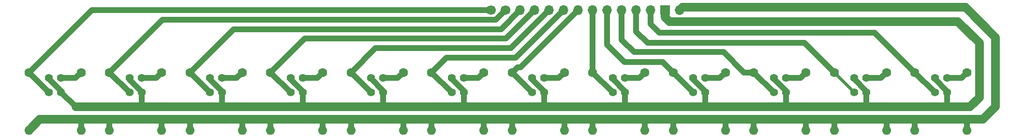
<source format=gbr>
%TF.GenerationSoftware,KiCad,Pcbnew,(6.0.7-1)-1*%
%TF.CreationDate,2024-02-03T15:38:48-05:00*%
%TF.ProjectId,EMHarpsichord_KeyboardCapture,454d4861-7270-4736-9963-686f72645f4b,rev?*%
%TF.SameCoordinates,Original*%
%TF.FileFunction,Copper,L1,Top*%
%TF.FilePolarity,Positive*%
%FSLAX46Y46*%
G04 Gerber Fmt 4.6, Leading zero omitted, Abs format (unit mm)*
G04 Created by KiCad (PCBNEW (6.0.7-1)-1) date 2024-02-03 15:38:48*
%MOMM*%
%LPD*%
G01*
G04 APERTURE LIST*
%TA.AperFunction,ComponentPad*%
%ADD10O,1.700000X1.700000*%
%TD*%
%TA.AperFunction,ComponentPad*%
%ADD11R,1.700000X1.700000*%
%TD*%
%TA.AperFunction,ComponentPad*%
%ADD12C,1.700000*%
%TD*%
%TA.AperFunction,ComponentPad*%
%ADD13C,1.400000*%
%TD*%
%TA.AperFunction,ComponentPad*%
%ADD14C,1.600000*%
%TD*%
%TA.AperFunction,ComponentPad*%
%ADD15O,1.600000X1.600000*%
%TD*%
%TA.AperFunction,Conductor*%
%ADD16C,1.500000*%
%TD*%
%TA.AperFunction,Conductor*%
%ADD17C,1.000000*%
%TD*%
%TA.AperFunction,Conductor*%
%ADD18C,0.500000*%
%TD*%
G04 APERTURE END LIST*
D10*
X115450000Y22625000D03*
D11*
X112910000Y22625000D03*
D10*
X110370000Y22625000D03*
X107830000Y22625000D03*
X105290000Y22625000D03*
X102750000Y22625000D03*
X100210000Y22625000D03*
X97670000Y22625000D03*
X95130000Y22625000D03*
X92590000Y22625000D03*
X90050000Y22625000D03*
X87510000Y22625000D03*
D12*
X84970000Y22625000D03*
X82430000Y22625000D03*
D13*
X5038151Y8151705D03*
X5038151Y10651705D03*
X7171751Y10651705D03*
X7171751Y8151705D03*
D14*
X1542500Y11648000D03*
D15*
X1542500Y1488000D03*
D14*
X10686500Y11648000D03*
D15*
X10686500Y1488000D03*
D13*
X160105151Y8151705D03*
X160105151Y10651705D03*
X162238751Y10651705D03*
X162238751Y8151705D03*
D14*
X156609500Y11648000D03*
D15*
X156609500Y1488000D03*
D14*
X165753500Y11648000D03*
D15*
X165753500Y1488000D03*
D13*
X146008151Y8151705D03*
X146008151Y10651705D03*
X148141751Y10651705D03*
X148141751Y8151705D03*
D14*
X142512500Y11648000D03*
D15*
X142512500Y1488000D03*
D14*
X151656500Y11648000D03*
D15*
X151656500Y1488000D03*
D13*
X131911151Y8151705D03*
X131911151Y10651705D03*
X134044751Y10651705D03*
X134044751Y8151705D03*
D14*
X128415500Y11648000D03*
D15*
X128415500Y1488000D03*
D14*
X137559500Y11648000D03*
D15*
X137559500Y1488000D03*
D13*
X117814151Y8151705D03*
X117814151Y10651705D03*
X119947751Y10651705D03*
X119947751Y8151705D03*
D14*
X114318500Y11648000D03*
D15*
X114318500Y1488000D03*
D14*
X123462500Y11648000D03*
D15*
X123462500Y1488000D03*
D13*
X103717151Y8151705D03*
X103717151Y10651705D03*
X105850751Y10651705D03*
X105850751Y8151705D03*
D14*
X100221500Y11648000D03*
D15*
X100221500Y1488000D03*
D14*
X109365500Y11648000D03*
D15*
X109365500Y1488000D03*
D13*
X89620151Y8151705D03*
X89620151Y10651705D03*
X91753751Y10651705D03*
X91753751Y8151705D03*
D14*
X86124500Y11648000D03*
D15*
X86124500Y1488000D03*
D14*
X95268500Y11648000D03*
D15*
X95268500Y1488000D03*
D13*
X75523151Y8151705D03*
X75523151Y10651705D03*
X77656751Y10651705D03*
X77656751Y8151705D03*
D14*
X72027500Y11648000D03*
D15*
X72027500Y1488000D03*
D14*
X81171500Y11648000D03*
D15*
X81171500Y1488000D03*
D13*
X61426151Y8151705D03*
X61426151Y10651705D03*
X63559751Y10651705D03*
X63559751Y8151705D03*
D14*
X57930500Y11648000D03*
D15*
X57930500Y1488000D03*
D14*
X67074500Y11648000D03*
D15*
X67074500Y1488000D03*
D13*
X47329151Y8151705D03*
X47329151Y10651705D03*
X49462751Y10651705D03*
X49462751Y8151705D03*
D14*
X43833500Y11648000D03*
D15*
X43833500Y1488000D03*
D14*
X52977500Y11648000D03*
D15*
X52977500Y1488000D03*
D13*
X35365751Y8151705D03*
X35365751Y10651705D03*
X33232151Y10651705D03*
X33232151Y8151705D03*
D14*
X29736500Y11648000D03*
D15*
X29736500Y1488000D03*
D14*
X38880500Y11648000D03*
D15*
X38880500Y1488000D03*
D13*
X19135151Y8151705D03*
X19135151Y10651705D03*
X21268751Y10651705D03*
X21268751Y8151705D03*
D14*
X15639500Y11648000D03*
D15*
X15639500Y1488000D03*
D14*
X24783500Y11648000D03*
D15*
X24783500Y1488000D03*
D16*
X115935000Y23110000D02*
X165460000Y23110000D01*
X165460000Y23110000D02*
X170750000Y17820000D01*
X170750000Y17820000D02*
X170750000Y5600000D01*
X115450000Y22625000D02*
X115935000Y23110000D01*
X168520000Y3370000D02*
X165840000Y3370000D01*
X170750000Y5600000D02*
X168520000Y3370000D01*
X112910000Y22625000D02*
X112910000Y21340000D01*
X166260000Y5590000D02*
X161985000Y5590000D01*
X113640000Y20610000D02*
X164150000Y20610000D01*
X164150000Y20610000D02*
X167910000Y16850000D01*
X167910000Y16850000D02*
X167910000Y7240000D01*
X112910000Y21340000D02*
X113640000Y20610000D01*
X167910000Y7240000D02*
X166260000Y5590000D01*
D17*
X110370000Y22625000D02*
X110370000Y20157000D01*
X110370000Y20157000D02*
X111847000Y18680000D01*
X111847000Y18680000D02*
X149577500Y18680000D01*
X149577500Y18680000D02*
X156609500Y11648000D01*
X142512500Y11648000D02*
X137290500Y16870000D01*
X137290500Y16870000D02*
X109808000Y16870000D01*
X107830000Y18848000D02*
X107830000Y22625000D01*
X109808000Y16870000D02*
X107830000Y18848000D01*
X128415500Y11648000D02*
X126681000Y11648000D01*
X126681000Y11648000D02*
X123099000Y15230000D01*
X107479000Y15230000D02*
X105290000Y17419000D01*
X123099000Y15230000D02*
X107479000Y15230000D01*
X105290000Y17419000D02*
X105290000Y22625000D01*
X102750000Y22625000D02*
X102750000Y16520000D01*
X102750000Y16520000D02*
X105760000Y13510000D01*
X105760000Y13510000D02*
X112455856Y13510000D01*
X112455856Y13510000D02*
X114318500Y11647356D01*
X35365751Y8151705D02*
X35365751Y5770751D01*
X35365751Y5770751D02*
X35185000Y5590000D01*
X72027500Y11647356D02*
X74625979Y14245835D01*
X74625979Y14245835D02*
X86750835Y14245835D01*
X86750835Y14245835D02*
X95130000Y22625000D01*
X57930500Y11647356D02*
X62204812Y15921668D01*
X62204812Y15921668D02*
X85886668Y15921668D01*
X85886668Y15921668D02*
X92590000Y22625000D01*
X43833500Y11647356D02*
X49783645Y17597501D01*
X49783645Y17597501D02*
X85022501Y17597501D01*
X85022501Y17597501D02*
X90050000Y22625000D01*
X29736500Y11648000D02*
X37361834Y19273334D01*
X37361834Y19273334D02*
X84158334Y19273334D01*
X84158334Y19273334D02*
X87510000Y22625000D01*
X15639500Y11648000D02*
X24940667Y20949167D01*
X24940667Y20949167D02*
X83294167Y20949167D01*
X83294167Y20949167D02*
X84970000Y22625000D01*
X86124500Y11648000D02*
X87046500Y12570000D01*
X87046500Y12570000D02*
X87615000Y12570000D01*
X87615000Y12570000D02*
X97670000Y22625000D01*
X100210000Y22625000D02*
X100210000Y11659500D01*
X100210000Y11659500D02*
X100221500Y11648000D01*
X1542500Y11648000D02*
X12519500Y22625000D01*
X12519500Y22625000D02*
X82430000Y22625000D01*
X162238751Y8151705D02*
X162238751Y5843751D01*
X162238751Y5843751D02*
X161985000Y5590000D01*
X148141751Y8151705D02*
X148141751Y5983249D01*
X148141751Y5983249D02*
X148116751Y5958249D01*
X134044751Y8151705D02*
X134044751Y5649751D01*
X134044751Y5649751D02*
X133985000Y5590000D01*
X119947751Y8151705D02*
X119947751Y5807249D01*
X119947751Y5807249D02*
X119922751Y5782249D01*
X105850751Y8151705D02*
X105850751Y5854249D01*
X105850751Y5854249D02*
X105825751Y5829249D01*
X91753751Y8151705D02*
X91753751Y5911249D01*
X91753751Y5911249D02*
X91728751Y5886249D01*
X77656751Y8151705D02*
X77656751Y5631751D01*
X77656751Y5631751D02*
X77615000Y5590000D01*
X63559751Y8151705D02*
X63559751Y5785249D01*
X63559751Y5785249D02*
X63534751Y5760249D01*
X49462751Y8151705D02*
X49462751Y5727751D01*
X49462751Y5727751D02*
X49325000Y5590000D01*
X21268751Y8151705D02*
X21268751Y5743751D01*
X21268751Y5743751D02*
X21115000Y5590000D01*
X7171751Y8151705D02*
X9733456Y5590000D01*
D16*
X9733456Y5590000D02*
X21115000Y5590000D01*
X21115000Y5590000D02*
X25145000Y5590000D01*
D17*
X165753500Y11648000D02*
X164755500Y10650000D01*
X164755500Y10650000D02*
X162240456Y10650000D01*
X162240456Y10650000D02*
X162238751Y10651705D01*
X151656500Y11648000D02*
X150658500Y10650000D01*
X150658500Y10650000D02*
X148143456Y10650000D01*
X148143456Y10650000D02*
X148141751Y10651705D01*
D16*
X151825000Y5590000D02*
X161985000Y5590000D01*
D17*
X160105151Y10651705D02*
X160105151Y10494849D01*
X162238751Y8361249D02*
X162238751Y8151705D01*
X160105151Y10494849D02*
X162238751Y8361249D01*
X146008151Y10651705D02*
X146008151Y10481849D01*
X146008151Y10481849D02*
X148141751Y8348249D01*
X148141751Y8348249D02*
X148141751Y8151705D01*
D16*
X137315000Y5590000D02*
X148485000Y5590000D01*
X148485000Y5590000D02*
X151825000Y5590000D01*
D17*
X148116751Y5958249D02*
X148485000Y5590000D01*
D16*
X124125000Y5590000D02*
X133985000Y5590000D01*
X133985000Y5590000D02*
X137315000Y5590000D01*
D17*
X131911151Y10651705D02*
X131911151Y10508849D01*
X131911151Y10508849D02*
X134044751Y8375249D01*
X134044751Y8375249D02*
X134044751Y8151705D01*
D16*
X109615000Y5590000D02*
X120115000Y5590000D01*
X120115000Y5590000D02*
X124125000Y5590000D01*
D17*
X119922751Y5782249D02*
X120115000Y5590000D01*
X117814151Y10651705D02*
X117814151Y10435849D01*
X117814151Y10435849D02*
X119947751Y8302249D01*
X119947751Y8302249D02*
X119947751Y8151705D01*
D16*
X96035000Y5590000D02*
X106065000Y5590000D01*
X106065000Y5590000D02*
X109615000Y5590000D01*
D17*
X105825751Y5829249D02*
X106065000Y5590000D01*
X103717151Y10651705D02*
X103717151Y10482849D01*
X103717151Y10482849D02*
X105850751Y8349249D01*
X105850751Y8349249D02*
X105850751Y8151705D01*
D16*
X82235000Y5590000D02*
X92025000Y5590000D01*
X92025000Y5590000D02*
X96035000Y5590000D01*
D17*
X91728751Y5886249D02*
X92025000Y5590000D01*
X89620151Y10651705D02*
X89620151Y10469849D01*
X89620151Y10469849D02*
X91753751Y8336249D01*
X91753751Y8336249D02*
X91753751Y8151705D01*
D16*
X67245000Y5590000D02*
X77615000Y5590000D01*
X77615000Y5590000D02*
X82235000Y5590000D01*
D17*
X75523151Y10651705D02*
X75523151Y10526849D01*
X77656751Y8393249D02*
X77656751Y8151705D01*
X75523151Y10526849D02*
X77656751Y8393249D01*
X61426151Y10651705D02*
X61426151Y10573849D01*
X61426151Y10573849D02*
X63559751Y8440249D01*
X63559751Y8440249D02*
X63559751Y8151705D01*
X47329151Y10651705D02*
X47329151Y10470849D01*
X47329151Y10470849D02*
X49462751Y8337249D01*
X49462751Y8337249D02*
X49462751Y8151705D01*
X33232151Y10651705D02*
X33232151Y10457849D01*
X33232151Y10457849D02*
X35365751Y8324249D01*
X35365751Y8324249D02*
X35365751Y8151705D01*
X19135151Y10651705D02*
X19135151Y10374849D01*
X19135151Y10374849D02*
X21268751Y8241249D01*
X21268751Y8241249D02*
X21268751Y8151705D01*
X5038151Y10651705D02*
X5038151Y10541849D01*
X5038151Y10541849D02*
X7171751Y8408249D01*
X7171751Y8408249D02*
X7171751Y8151705D01*
D16*
X38805000Y5590000D02*
X49325000Y5590000D01*
X49325000Y5590000D02*
X53155000Y5590000D01*
X53155000Y5590000D02*
X63705000Y5590000D01*
D17*
X63534751Y5760249D02*
X63705000Y5590000D01*
D16*
X63705000Y5590000D02*
X67245000Y5590000D01*
D17*
X49462751Y8151705D02*
X49628295Y8151705D01*
D16*
X25145000Y5590000D02*
X35185000Y5590000D01*
X35185000Y5590000D02*
X38805000Y5590000D01*
D17*
X156609500Y11647356D02*
X160105151Y8151705D01*
D16*
X165840000Y3370000D02*
X158640000Y3370000D01*
D17*
X165840000Y3370000D02*
X165753500Y3283500D01*
X165753500Y3283500D02*
X165753500Y1488000D01*
D16*
X156780000Y3370000D02*
X153310000Y3370000D01*
X158640000Y3370000D02*
X156780000Y3370000D01*
D17*
X156780000Y3370000D02*
X156609500Y3199500D01*
X156609500Y3199500D02*
X156609500Y1488000D01*
D16*
X151730000Y3370000D02*
X144330000Y3370000D01*
X153310000Y3370000D02*
X151730000Y3370000D01*
D17*
X151730000Y3370000D02*
X151656500Y3296500D01*
X151656500Y3296500D02*
X151656500Y1488000D01*
D16*
X142480000Y3370000D02*
X139730000Y3370000D01*
X144330000Y3370000D02*
X142480000Y3370000D01*
D17*
X142480000Y3370000D02*
X142512500Y3337500D01*
X142512500Y3337500D02*
X142512500Y1488000D01*
D16*
X137730000Y3370000D02*
X130380000Y3370000D01*
X139730000Y3370000D02*
X137730000Y3370000D01*
D17*
X137730000Y3370000D02*
X137559500Y3199500D01*
X137559500Y3199500D02*
X137559500Y1488000D01*
D16*
X128560000Y3370000D02*
X125280000Y3370000D01*
X130380000Y3370000D02*
X128560000Y3370000D01*
D17*
X128560000Y3370000D02*
X128415500Y3225500D01*
X128415500Y3225500D02*
X128415500Y1488000D01*
D16*
X123330000Y3370000D02*
X116510000Y3370000D01*
X125280000Y3370000D02*
X123330000Y3370000D01*
D17*
X123330000Y3370000D02*
X123462500Y3237500D01*
X123462500Y3237500D02*
X123462500Y1488000D01*
D16*
X114250000Y3370000D02*
X112100000Y3370000D01*
D17*
X114250000Y3370000D02*
X114318500Y3301500D01*
D16*
X116510000Y3370000D02*
X114250000Y3370000D01*
D17*
X114318500Y3301500D02*
X114318500Y1488000D01*
D16*
X109210000Y3370000D02*
X102320000Y3370000D01*
X112100000Y3370000D02*
X109210000Y3370000D01*
D17*
X109210000Y3370000D02*
X109365500Y3214500D01*
X109365500Y3214500D02*
X109365500Y1488000D01*
D16*
X100220000Y3370000D02*
X97100000Y3370000D01*
X102320000Y3370000D02*
X100220000Y3370000D01*
D17*
X100220000Y3370000D02*
X100221500Y3368500D01*
X100221500Y3368500D02*
X100221500Y1488000D01*
D16*
X95660000Y3370000D02*
X88380000Y3370000D01*
X97100000Y3370000D02*
X95660000Y3370000D01*
D17*
X95660000Y3370000D02*
X95268500Y2978500D01*
X95268500Y2978500D02*
X95268500Y1488000D01*
D16*
X86030000Y3370000D02*
X83050000Y3370000D01*
X88380000Y3370000D02*
X86030000Y3370000D01*
D17*
X86030000Y3370000D02*
X86124500Y3275500D01*
X86124500Y3275500D02*
X86124500Y1488000D01*
D16*
X81400000Y3370000D02*
X73850000Y3370000D01*
D17*
X81400000Y3370000D02*
X81171500Y3141500D01*
D16*
X83050000Y3370000D02*
X81400000Y3370000D01*
D17*
X81171500Y3141500D02*
X81171500Y1488000D01*
D16*
X72030000Y3370000D02*
X68960000Y3370000D01*
X73850000Y3370000D02*
X72030000Y3370000D01*
D17*
X72027500Y3367500D02*
X72027500Y1488000D01*
X72030000Y3370000D02*
X72027500Y3367500D01*
D16*
X67140000Y3370000D02*
X59950000Y3370000D01*
D17*
X67074500Y3304500D02*
X67074500Y1488000D01*
D16*
X68960000Y3370000D02*
X67140000Y3370000D01*
D17*
X67140000Y3370000D02*
X67074500Y3304500D01*
D16*
X57840000Y3370000D02*
X54730000Y3370000D01*
X59950000Y3370000D02*
X57840000Y3370000D01*
D17*
X57840000Y3370000D02*
X57930500Y3279500D01*
X57930500Y3279500D02*
X57930500Y1488000D01*
D16*
X52930000Y3370000D02*
X46350000Y3370000D01*
X54730000Y3370000D02*
X52930000Y3370000D01*
D17*
X52930000Y3370000D02*
X52977500Y3322500D01*
X52977500Y3322500D02*
X52977500Y1488000D01*
D16*
X43960000Y3370000D02*
X41510000Y3370000D01*
X46350000Y3370000D02*
X43960000Y3370000D01*
D17*
X43833500Y3243500D02*
X43833500Y1488000D01*
X43960000Y3370000D02*
X43833500Y3243500D01*
D16*
X39080000Y3370000D02*
X31540000Y3370000D01*
X41510000Y3370000D02*
X39080000Y3370000D01*
D17*
X39080000Y3370000D02*
X38880500Y3170500D01*
X38880500Y3170500D02*
X38880500Y1488000D01*
D16*
X29790000Y3370000D02*
X26450000Y3370000D01*
X31540000Y3370000D02*
X29790000Y3370000D01*
D17*
X29790000Y3370000D02*
X29736500Y3316500D01*
X29736500Y3316500D02*
X29736500Y1488000D01*
D16*
X24650000Y3370000D02*
X17970000Y3370000D01*
D17*
X24650000Y3370000D02*
X24783500Y3236500D01*
D16*
X26450000Y3370000D02*
X24650000Y3370000D01*
D17*
X24783500Y3236500D02*
X24783500Y1488000D01*
D16*
X15880000Y3370000D02*
X12730000Y3370000D01*
X17970000Y3370000D02*
X15880000Y3370000D01*
D17*
X15639500Y3129500D02*
X15639500Y1488000D01*
X15880000Y3370000D02*
X15639500Y3129500D01*
D16*
X10410000Y3370000D02*
X3424500Y3370000D01*
X12730000Y3370000D02*
X10410000Y3370000D01*
D17*
X10410000Y3370000D02*
X10686500Y3093500D01*
X10686500Y3093500D02*
X10686500Y1488000D01*
D16*
X3424500Y3370000D02*
X1542500Y1488000D01*
D18*
X83050000Y3366500D02*
X83050000Y3370000D01*
D16*
X158491500Y3370000D02*
X158640000Y3370000D01*
D18*
X153310000Y3141500D02*
X153310000Y3370000D01*
X144330000Y3305500D02*
X144330000Y3370000D01*
X139441500Y3370000D02*
X139730000Y3370000D01*
X130297500Y3370000D02*
X130380000Y3370000D01*
X125280000Y3305500D02*
X125280000Y3370000D01*
X116200500Y3370000D02*
X116510000Y3370000D01*
D16*
X111247500Y3370000D02*
X112100000Y3370000D01*
D18*
X102103500Y3370000D02*
X102320000Y3370000D01*
X97100000Y3319500D02*
X97100000Y3370000D01*
X88006500Y3370000D02*
X88380000Y3370000D01*
X73850000Y3310500D02*
X73850000Y3370000D01*
X68956500Y3370000D02*
X68960000Y3370000D01*
X59812500Y3370000D02*
X59950000Y3370000D01*
X54730000Y3240500D02*
X54730000Y3370000D01*
X45715500Y3370000D02*
X46350000Y3370000D01*
D17*
X40762500Y3370000D02*
X41510000Y3370000D01*
D18*
X31540000Y3291500D02*
X31540000Y3370000D01*
X26450000Y3154500D02*
X26450000Y3370000D01*
X17521500Y3370000D02*
X17970000Y3370000D01*
X151825000Y5653456D02*
X151825000Y5590000D01*
X123694456Y5590000D02*
X124125000Y5590000D01*
X109597456Y5590000D02*
X109615000Y5590000D01*
X95500456Y5590000D02*
X96035000Y5590000D01*
X81403456Y5590000D02*
X82235000Y5590000D01*
X67245000Y5651456D02*
X67245000Y5590000D01*
X53155000Y5644456D02*
X53155000Y5590000D01*
X38805000Y5897456D02*
X38805000Y5590000D01*
X25015456Y5590000D02*
X25145000Y5590000D01*
D17*
X7171751Y10651705D02*
X9690205Y10651705D01*
X9690205Y10651705D02*
X10686500Y11648000D01*
X1542500Y11647356D02*
X5038151Y8151705D01*
D18*
X1542500Y11648000D02*
X1542500Y11647356D01*
X156609500Y11648000D02*
X156609500Y11647356D01*
X142512500Y11647356D02*
X146008151Y8151705D01*
X142512500Y11648000D02*
X142512500Y11647356D01*
D17*
X134044751Y10651705D02*
X136563205Y10651705D01*
X136563205Y10651705D02*
X137559500Y11648000D01*
X128415500Y11647356D02*
X131911151Y8151705D01*
D18*
X128415500Y11648000D02*
X128415500Y11647356D01*
D17*
X119947751Y10651705D02*
X122466205Y10651705D01*
X122466205Y10651705D02*
X123462500Y11648000D01*
X114318500Y11647356D02*
X117814151Y8151705D01*
D18*
X114318500Y11648000D02*
X114318500Y11647356D01*
D17*
X105850751Y10651705D02*
X108369205Y10651705D01*
X108369205Y10651705D02*
X109365500Y11648000D01*
X100221500Y11647356D02*
X103717151Y8151705D01*
D18*
X100221500Y11648000D02*
X100221500Y11647356D01*
D17*
X91753751Y10651705D02*
X94272205Y10651705D01*
X94272205Y10651705D02*
X95268500Y11648000D01*
X86124500Y11647356D02*
X89620151Y8151705D01*
D18*
X86124500Y11648000D02*
X86124500Y11647356D01*
D17*
X77656751Y10651705D02*
X80175205Y10651705D01*
X80175205Y10651705D02*
X81171500Y11648000D01*
X72027500Y11647356D02*
X75523151Y8151705D01*
D18*
X72027500Y11648000D02*
X72027500Y11647356D01*
D17*
X63559751Y10651705D02*
X66078205Y10651705D01*
X66078205Y10651705D02*
X67074500Y11648000D01*
X57930500Y11647356D02*
X61426151Y8151705D01*
D18*
X57930500Y11648000D02*
X57930500Y11647356D01*
D17*
X49462751Y10651705D02*
X51981205Y10651705D01*
X51981205Y10651705D02*
X52977500Y11648000D01*
X43833500Y11647356D02*
X47329151Y8151705D01*
D18*
X43833500Y11648000D02*
X43833500Y11647356D01*
D17*
X35365751Y10651705D02*
X37884205Y10651705D01*
X37884205Y10651705D02*
X38880500Y11648000D01*
X29736500Y11647356D02*
X33232151Y8151705D01*
X29736500Y11648000D02*
X29736500Y11647356D01*
X21268751Y10651705D02*
X23787205Y10651705D01*
X23787205Y10651705D02*
X24783500Y11648000D01*
X15639500Y11647356D02*
X19135151Y8151705D01*
D18*
X15639500Y11648000D02*
X15639500Y11647356D01*
M02*

</source>
